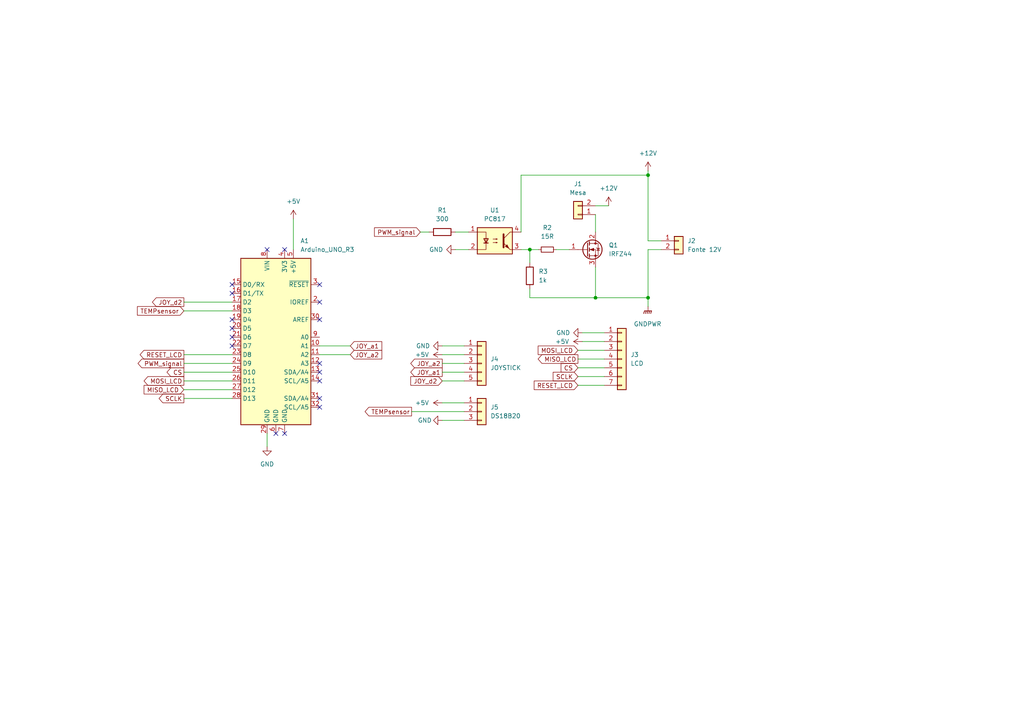
<source format=kicad_sch>
(kicad_sch (version 20211123) (generator eeschema)
  (paper "A4")
  (title_block (title "Esquemático Mesa Aquecedora"))
  (lib_symbols
    (symbol "Conn_01x02_1" (pin_names (offset 1.016) hide)
      (property "Reference" "J5" (at 2.54 0.0001 0))
      (property "Value" "Conn_01x02_1" (at 2.54 -2.5399 0))
      (symbol "Conn_01x02_1_1_1"
        (rectangle (start -1.27 -2.413) (end 0 -2.667) (stroke (width 0.1524)))
        (rectangle (start -1.27 0.127) (end 0 -0.127) (stroke (width 0.1524)))
        (rectangle (start -1.27 1.27) (end 1.27 -3.81) (stroke (width 0.254)) (fill (type background)))
        (pin power_out line (at -5.08 0 0) (length 3.81) (name "Pin_1") (number "1"))
        (pin power_out line (at -5.08 -2.54 0) (length 3.81) (name "Pin_2") (number "2"))
      )
    )
    (symbol "Connector_Generic:Conn_01x02" (pin_names (offset 1.016) hide)
      (property "Reference" "J" (at 0 2.54 0))
      (property "Value" "Conn_01x02" (at 0 -5.08 0))
      (symbol "Conn_01x02_1_1"
        (rectangle (start -1.27 -2.413) (end 0 -2.667) (stroke (width 0.1524)))
        (rectangle (start -1.27 0.127) (end 0 -0.127) (stroke (width 0.1524)))
        (rectangle (start -1.27 1.27) (end 1.27 -3.81) (stroke (width 0.254)) (fill (type background)))
        (pin passive line (at -5.08 0 0) (length 3.81) (name "Pin_1") (number "1"))
        (pin passive line (at -5.08 -2.54 0) (length 3.81) (name "Pin_2") (number "2"))
      )
    )
    (symbol "Connector_Generic:Conn_01x03" (pin_names (offset 1.016) hide)
      (property "Reference" "J" (at 0 5.08 0))
      (property "Value" "Conn_01x03" (at 0 -5.08 0))
      (symbol "Conn_01x03_1_1"
        (rectangle (start -1.27 -2.413) (end 0 -2.667) (stroke (width 0.1524)))
        (rectangle (start -1.27 0.127) (end 0 -0.127) (stroke (width 0.1524)))
        (rectangle (start -1.27 2.667) (end 0 2.413) (stroke (width 0.1524)))
        (rectangle (start -1.27 3.81) (end 1.27 -3.81) (stroke (width 0.254)) (fill (type background)))
        (pin passive line (at -5.08 2.54 0) (length 3.81) (name "Pin_1") (number "1"))
        (pin passive line (at -5.08 0 0) (length 3.81) (name "Pin_2") (number "2"))
        (pin passive line (at -5.08 -2.54 0) (length 3.81) (name "Pin_3") (number "3"))
      )
    )
    (symbol "Connector_Generic:Conn_01x05" (pin_names (offset 1.016) hide)
      (property "Reference" "J" (at 0 7.62 0))
      (property "Value" "Conn_01x05" (at 0 -7.62 0))
      (symbol "Conn_01x05_1_1"
        (rectangle (start -1.27 -4.953) (end 0 -5.207) (stroke (width 0.1524)))
        (rectangle (start -1.27 -2.413) (end 0 -2.667) (stroke (width 0.1524)))
        (rectangle (start -1.27 0.127) (end 0 -0.127) (stroke (width 0.1524)))
        (rectangle (start -1.27 2.667) (end 0 2.413) (stroke (width 0.1524)))
        (rectangle (start -1.27 5.207) (end 0 4.953) (stroke (width 0.1524)))
        (rectangle (start -1.27 6.35) (end 1.27 -6.35) (stroke (width 0.254)) (fill (type background)))
        (pin passive line (at -5.08 5.08 0) (length 3.81) (name "Pin_1") (number "1"))
        (pin passive line (at -5.08 2.54 0) (length 3.81) (name "Pin_2") (number "2"))
        (pin passive line (at -5.08 0 0) (length 3.81) (name "Pin_3") (number "3"))
        (pin passive line (at -5.08 -2.54 0) (length 3.81) (name "Pin_4") (number "4"))
        (pin passive line (at -5.08 -5.08 0) (length 3.81) (name "Pin_5") (number "5"))
      )
    )
    (symbol "Connector_Generic:Conn_01x07" (pin_names (offset 1.016) hide)
      (property "Reference" "J" (at 0 10.16 0))
      (property "Value" "Conn_01x07" (at 0 -10.16 0))
      (symbol "Conn_01x07_1_1"
        (rectangle (start -1.27 -7.493) (end 0 -7.747) (stroke (width 0.1524)))
        (rectangle (start -1.27 -4.953) (end 0 -5.207) (stroke (width 0.1524)))
        (rectangle (start -1.27 -2.413) (end 0 -2.667) (stroke (width 0.1524)))
        (rectangle (start -1.27 0.127) (end 0 -0.127) (stroke (width 0.1524)))
        (rectangle (start -1.27 2.667) (end 0 2.413) (stroke (width 0.1524)))
        (rectangle (start -1.27 5.207) (end 0 4.953) (stroke (width 0.1524)))
        (rectangle (start -1.27 7.747) (end 0 7.493) (stroke (width 0.1524)))
        (rectangle (start -1.27 8.89) (end 1.27 -8.89) (stroke (width 0.254)) (fill (type background)))
        (pin passive line (at -5.08 7.62 0) (length 3.81) (name "Pin_1") (number "1"))
        (pin passive line (at -5.08 5.08 0) (length 3.81) (name "Pin_2") (number "2"))
        (pin passive line (at -5.08 2.54 0) (length 3.81) (name "Pin_3") (number "3"))
        (pin passive line (at -5.08 0 0) (length 3.81) (name "Pin_4") (number "4"))
        (pin passive line (at -5.08 -2.54 0) (length 3.81) (name "Pin_5") (number "5"))
        (pin passive line (at -5.08 -5.08 0) (length 3.81) (name "Pin_6") (number "6"))
        (pin passive line (at -5.08 -7.62 0) (length 3.81) (name "Pin_7") (number "7"))
      )
    )
    (symbol "Device:R" (pin_numbers hide) (pin_names (offset 0))
      (property "Reference" "R" (at 2.032 0 90))
      (property "Value" "R" (at 0 0 90))
      (symbol "R_0_1"
        (rectangle (start -1.016 -2.54) (end 1.016 2.54) (stroke (width 0.254)))
      )
      (symbol "R_1_1"
        (pin passive line (at 0 3.81 270) (length 1.27) (name "~") (number "1"))
        (pin passive line (at 0 -3.81 90) (length 1.27) (name "~") (number "2"))
      )
    )
    (symbol "Device:R_Small" (pin_numbers hide) (pin_names (offset 0.254) hide)
      (property "Reference" "R" (at 0.762 0.508 0))
      (property "Value" "R_Small" (at 0.762 -1.016 0))
      (symbol "R_Small_0_1"
        (rectangle (start -0.762 1.778) (end 0.762 -1.778) (stroke (width 0.2032)))
      )
      (symbol "R_Small_1_1"
        (pin passive line (at 0 2.54 270) (length 0.762) (name "~") (number "1"))
        (pin passive line (at 0 -2.54 90) (length 0.762) (name "~") (number "2"))
      )
    )
    (symbol "Isolator:PC817" (pin_names (offset 1.016))
      (property "Reference" "U" (at -5.08 5.08 0))
      (property "Value" "PC817" (at 0 5.08 0))
      (symbol "PC817_0_1"
        (rectangle (start -5.08 3.81) (end 5.08 -3.81) (stroke (width 0.254)) (fill (type background)))
        (polyline (pts (xy -3.175 -0.635) (xy -1.905 -0.635)) (stroke (width 0.254)))
        (polyline (pts (xy 2.54 0.635) (xy 4.445 2.54)))
        (polyline (pts (xy 4.445 -2.54) (xy 2.54 -0.635)) (fill (type outline)))
        (polyline (pts (xy 4.445 -2.54) (xy 5.08 -2.54)))
        (polyline (pts (xy 4.445 2.54) (xy 5.08 2.54)))
        (polyline (pts (xy -5.08 2.54) (xy -2.54 2.54) (xy -2.54 -0.635)))
        (polyline (pts (xy -2.54 -0.635) (xy -2.54 -2.54) (xy -5.08 -2.54)))
        (polyline (pts (xy 2.54 1.905) (xy 2.54 -1.905) (xy 2.54 -1.905)) (stroke (width 0.508)))
        (polyline (pts (xy -2.54 -0.635) (xy -3.175 0.635) (xy -1.905 0.635) (xy -2.54 -0.635)) (stroke (width 0.254)))
        (polyline (pts (xy -0.508 -0.508) (xy 0.762 -0.508) (xy 0.381 -0.635) (xy 0.381 -0.381) (xy 0.762 -0.508)))
        (polyline (pts (xy -0.508 0.508) (xy 0.762 0.508) (xy 0.381 0.381) (xy 0.381 0.635) (xy 0.762 0.508)))
        (polyline (pts (xy 3.048 -1.651) (xy 3.556 -1.143) (xy 4.064 -2.159) (xy 3.048 -1.651) (xy 3.048 -1.651)) (fill (type outline)))
      )
      (symbol "PC817_1_1"
        (pin passive line (at -7.62 2.54 0) (length 2.54) (name "~") (number "1"))
        (pin passive line (at -7.62 -2.54 0) (length 2.54) (name "~") (number "2"))
        (pin passive line (at 7.62 -2.54 180) (length 2.54) (name "~") (number "3"))
        (pin passive line (at 7.62 2.54 180) (length 2.54) (name "~") (number "4"))
      )
    )
    (symbol "MCU_Module:Arduino_UNO_R3"
      (property "Reference" "A1" (at 7.0994 27.94 0))
      (property "Value" "Arduino_UNO_R3" (at 7.0994 25.4 0))
      (symbol "Arduino_UNO_R3_0_1"
        (rectangle (start -10.16 22.86) (end 10.16 -25.4) (stroke (width 0.254)) (fill (type background)))
      )
      (symbol "Arduino_UNO_R3_1_1"
        (pin no_connect line (at -10.16 -20.32 0) (length 2.54) hide (name "NC") (number "1"))
        (pin bidirectional line (at 12.7 -2.54 180) (length 2.54) (name "A1") (number "10"))
        (pin bidirectional line (at 12.7 -5.08 180) (length 2.54) (name "A2") (number "11"))
        (pin bidirectional line (at 12.7 -7.62 180) (length 2.54) (name "A3") (number "12"))
        (pin bidirectional line (at 12.7 -10.16 180) (length 2.54) (name "SDA/A4") (number "13"))
        (pin bidirectional line (at 12.7 -12.7 180) (length 2.54) (name "SCL/A5") (number "14"))
        (pin bidirectional line (at -12.7 15.24 0) (length 2.54) (name "D0/RX") (number "15"))
        (pin bidirectional line (at -12.7 12.7 0) (length 2.54) (name "D1/TX") (number "16"))
        (pin bidirectional line (at -12.7 10.16 0) (length 2.54) (name "D2") (number "17"))
        (pin bidirectional line (at -12.7 7.62 0) (length 2.54) (name "D3") (number "18"))
        (pin bidirectional line (at -12.7 5.08 0) (length 2.54) (name "D4") (number "19"))
        (pin output line (at 12.7 10.16 180) (length 2.54) (name "IOREF") (number "2"))
        (pin bidirectional line (at -12.7 2.54 0) (length 2.54) (name "D5") (number "20"))
        (pin bidirectional line (at -12.7 0 0) (length 2.54) (name "D6") (number "21"))
        (pin bidirectional line (at -12.7 -2.54 0) (length 2.54) (name "D7") (number "22"))
        (pin bidirectional line (at -12.7 -5.08 0) (length 2.54) (name "D8") (number "23"))
        (pin bidirectional line (at -12.7 -7.62 0) (length 2.54) (name "D9") (number "24"))
        (pin bidirectional line (at -12.7 -10.16 0) (length 2.54) (name "D10") (number "25"))
        (pin bidirectional line (at -12.7 -12.7 0) (length 2.54) (name "D11") (number "26"))
        (pin bidirectional line (at -12.7 -15.24 0) (length 2.54) (name "D12") (number "27"))
        (pin bidirectional line (at -12.7 -17.78 0) (length 2.54) (name "D13") (number "28"))
        (pin power_out line (at -2.54 -27.94 90) (length 2.54) (name "GND") (number "29"))
        (pin input line (at 12.7 15.24 180) (length 2.54) (name "~{RESET}") (number "3"))
        (pin input line (at 12.7 5.08 180) (length 2.54) (name "AREF") (number "30"))
        (pin bidirectional line (at 12.7 -17.78 180) (length 2.54) (name "SDA/A4") (number "31"))
        (pin bidirectional line (at 12.7 -20.32 180) (length 2.54) (name "SCL/A5") (number "32"))
        (pin power_out line (at 2.54 25.4 270) (length 2.54) (name "3V3") (number "4"))
        (pin power_out line (at 5.08 25.4 270) (length 2.54) (name "+5V") (number "5"))
        (pin power_in line (at 0 -27.94 90) (length 2.54) (name "GND") (number "6"))
        (pin power_in line (at 2.54 -27.94 90) (length 2.54) (name "GND") (number "7"))
        (pin power_in line (at -2.54 25.4 270) (length 2.54) (name "VIN") (number "8"))
        (pin bidirectional line (at 12.7 0 180) (length 2.54) (name "A0") (number "9"))
      )
    )
    (symbol "ifrz44:IRFZ44" (pin_names hide)
      (property "Reference" "Q" (at 6.35 1.905 0))
      (property "Value" "IRFZ44" (at 6.35 0 0))
      (symbol "IRFZ44_0_1"
        (polyline (pts (xy 0.254 0) (xy -2.54 0)))
        (polyline (pts (xy 0.254 1.905) (xy 0.254 -1.905)) (stroke (width 0.254)))
        (polyline (pts (xy 0.762 -1.27) (xy 0.762 -2.286)) (stroke (width 0.254)))
        (polyline (pts (xy 0.762 0.508) (xy 0.762 -0.508)) (stroke (width 0.254)))
        (polyline (pts (xy 0.762 2.286) (xy 0.762 1.27)) (stroke (width 0.254)))
        (polyline (pts (xy 2.54 2.54) (xy 2.54 1.778)))
        (polyline (pts (xy 2.54 -2.54) (xy 2.54 0) (xy 0.762 0)))
        (polyline (pts (xy 0.762 -1.778) (xy 3.302 -1.778) (xy 3.302 1.778) (xy 0.762 1.778)))
        (polyline (pts (xy 1.016 0) (xy 2.032 0.381) (xy 2.032 -0.381) (xy 1.016 0)) (fill (type outline)))
        (polyline (pts (xy 2.794 0.508) (xy 2.921 0.381) (xy 3.683 0.381) (xy 3.81 0.254)))
        (polyline (pts (xy 3.302 0.381) (xy 2.921 -0.254) (xy 3.683 -0.254) (xy 3.302 0.381)))
        (circle (center 1.651 0) (radius 2.794) (stroke (width 0.254)))
        (circle (center 2.54 -1.778) (radius 0.254) (fill (type outline)))
        (circle (center 2.54 1.778) (radius 0.254) (fill (type outline)))
      )
      (symbol "IRFZ44_1_1"
        (pin input line (at -5.08 0 0) (length 2.54) (name "G") (number "1"))
        (pin passive line (at 2.54 5.08 270) (length 2.54) (name "D") (number "2"))
        (pin passive line (at 2.54 -5.08 90) (length 2.54) (name "S") (number "3"))
      )
    )
    (symbol "power:+12V" (power) (pin_names (offset 0))
      (property "Value" "+12V" (at 0 3.556 0))
      (symbol "+12V_0_1"
        (polyline (pts (xy -0.762 1.27) (xy 0 2.54)))
        (polyline (pts (xy 0 0) (xy 0 2.54)))
        (polyline (pts (xy 0 2.54) (xy 0.762 1.27)))
      )
      (symbol "+12V_1_1"
        (pin power_in line (at 0 0 90) (length 0) hide (name "+12V") (number "1"))
      )
    )
    (symbol "power:+5V" (power) (pin_names (offset 0))
      (property "Value" "+5V" (at 0 3.556 0))
      (symbol "+5V_0_1"
        (polyline (pts (xy -0.762 1.27) (xy 0 2.54)))
        (polyline (pts (xy 0 0) (xy 0 2.54)))
        (polyline (pts (xy 0 2.54) (xy 0.762 1.27)))
      )
      (symbol "+5V_1_1"
        (pin power_in line (at 0 0 90) (length 0) hide (name "+5V") (number "1"))
      )
    )
    (symbol "power:GND" (power) (pin_names (offset 0))
      (property "Value" "GND" (at 0 -3.81 0))
      (symbol "GND_0_1"
        (polyline (pts (xy 0 0) (xy 0 -1.27) (xy 1.27 -1.27) (xy 0 -2.54) (xy -1.27 -1.27) (xy 0 -1.27)))
      )
      (symbol "GND_1_1"
        (pin power_in line (at 0 0 270) (length 0) hide (name "GND") (number "1"))
      )
    )
    (symbol "power:GNDPWR" (power) (pin_names (offset 0))
      (property "Value" "GNDPWR" (at 0 -3.302 0))
      (symbol "GNDPWR_0_1"
        (polyline (pts (xy 0 -1.27) (xy 0 0)))
        (polyline (pts (xy -1.016 -1.27) (xy -1.27 -2.032) (xy -1.27 -2.032)) (stroke (width 0.2032)))
        (polyline (pts (xy -0.508 -1.27) (xy -0.762 -2.032) (xy -0.762 -2.032)) (stroke (width 0.2032)))
        (polyline (pts (xy 0 -1.27) (xy -0.254 -2.032) (xy -0.254 -2.032)) (stroke (width 0.2032)))
        (polyline (pts (xy 0.508 -1.27) (xy 0.254 -2.032) (xy 0.254 -2.032)) (stroke (width 0.2032)))
        (polyline (pts (xy 1.016 -1.27) (xy -1.016 -1.27) (xy -1.016 -1.27)) (stroke (width 0.2032)))
        (polyline (pts (xy 1.016 -1.27) (xy 0.762 -2.032) (xy 0.762 -2.032) (xy 0.762 -2.032)) (stroke (width 0.2032)))
      )
      (symbol "GNDPWR_1_1"
        (pin power_in line (at 0 0 270) (length 0) hide (name "GNDPWR") (number "1"))
      )
    )
  )
  (junction (at 172.72 86.36))
  (junction (at 187.96 50.8))
  (junction (at 153.67 72.39))
  (junction (at 187.96 86.36))
  (no_connect (at 67.31 100.33))
  (no_connect (at 67.31 85.09))
  (no_connect (at 67.31 82.55))
  (no_connect (at 67.31 97.79))
  (no_connect (at 67.31 92.71))
  (no_connect (at 92.71 105.41))
  (no_connect (at 92.71 107.95))
  (no_connect (at 92.71 110.49))
  (no_connect (at 92.71 115.57))
  (no_connect (at 92.71 118.11))
  (no_connect (at 82.55 72.39))
  (no_connect (at 92.71 82.55))
  (no_connect (at 77.47 72.39))
  (no_connect (at 92.71 87.63))
  (no_connect (at 92.71 92.71))
  (no_connect (at 80.01 125.73))
  (no_connect (at 82.55 125.73))
  (no_connect (at 67.31 95.25))
  (wire (pts (xy 128.27 116.84) (xy 134.62 116.84)))
  (wire (pts (xy 187.96 72.39) (xy 187.96 86.36)))
  (wire (pts (xy 167.64 104.14) (xy 175.26 104.14)))
  (wire (pts (xy 187.96 69.85) (xy 191.77 69.85)))
  (wire (pts (xy 92.71 100.33) (xy 101.6 100.33)))
  (wire (pts (xy 132.08 67.31) (xy 135.89 67.31)))
  (wire (pts (xy 53.34 90.17) (xy 67.31 90.17)))
  (wire (pts (xy 172.72 77.47) (xy 172.72 86.36)))
  (wire (pts (xy 53.34 110.49) (xy 67.31 110.49)))
  (wire (pts (xy 85.09 63.5) (xy 85.09 72.39)))
  (wire (pts (xy 53.34 87.63) (xy 67.31 87.63)))
  (wire (pts (xy 128.27 107.95) (xy 134.62 107.95)))
  (wire (pts (xy 153.67 72.39) (xy 156.21 72.39)))
  (wire (pts (xy 167.64 109.22) (xy 175.26 109.22)))
  (wire (pts (xy 151.13 50.8) (xy 151.13 67.31)))
  (wire (pts (xy 53.34 115.57) (xy 67.31 115.57)))
  (wire (pts (xy 161.29 72.39) (xy 165.1 72.39)))
  (wire (pts (xy 119.38 119.38) (xy 134.62 119.38)))
  (wire (pts (xy 153.67 83.82) (xy 153.67 86.36)))
  (wire (pts (xy 172.72 62.23) (xy 172.72 67.31)))
  (wire (pts (xy 134.62 121.92) (xy 128.27 121.92)))
  (wire (pts (xy 128.27 100.33) (xy 134.62 100.33)))
  (wire (pts (xy 187.96 69.85) (xy 187.96 50.8)))
  (wire (pts (xy 172.72 86.36) (xy 153.67 86.36)))
  (wire (pts (xy 167.64 106.68) (xy 175.26 106.68)))
  (wire (pts (xy 53.34 102.87) (xy 67.31 102.87)))
  (wire (pts (xy 53.34 105.41) (xy 67.31 105.41)))
  (wire (pts (xy 121.92 67.31) (xy 124.46 67.31)))
  (wire (pts (xy 53.34 113.03) (xy 67.31 113.03)))
  (wire (pts (xy 92.71 102.87) (xy 101.6 102.87)))
  (wire (pts (xy 153.67 72.39) (xy 153.67 76.2)))
  (wire (pts (xy 128.27 110.49) (xy 134.62 110.49)))
  (wire (pts (xy 128.27 105.41) (xy 134.62 105.41)))
  (wire (pts (xy 172.72 59.69) (xy 176.53 59.69)))
  (wire (pts (xy 128.27 102.87) (xy 134.62 102.87)))
  (wire (pts (xy 151.13 72.39) (xy 153.67 72.39)))
  (wire (pts (xy 168.91 96.52) (xy 175.26 96.52)))
  (wire (pts (xy 187.96 49.53) (xy 187.96 50.8)))
  (wire (pts (xy 191.77 72.39) (xy 187.96 72.39)))
  (wire (pts (xy 167.64 111.76) (xy 175.26 111.76)))
  (wire (pts (xy 77.47 125.73) (xy 77.47 129.54)))
  (wire (pts (xy 187.96 50.8) (xy 151.13 50.8)))
  (wire (pts (xy 53.34 107.95) (xy 67.31 107.95)))
  (wire (pts (xy 187.96 86.36) (xy 187.96 88.9)))
  (wire (pts (xy 168.91 99.06) (xy 175.26 99.06)))
  (wire (pts (xy 187.96 86.36) (xy 172.72 86.36)))
  (wire (pts (xy 167.64 101.6) (xy 175.26 101.6)))
  (wire (pts (xy 132.08 72.39) (xy 135.89 72.39)))
  (global_label "JOY_a2" (shape output) (at 128.27 105.41 180) (property "Intersheet References" "${INTERSHEET_REFS}" (effects hide)))
  (global_label "JOY_a2" (shape input) (at 101.6 102.87 0) (property "Intersheet References" "${INTERSHEET_REFS}" (effects hide)))
  (global_label "MISO_LCD" (shape input) (at 53.34 113.03 180) (property "Intersheet References" "${INTERSHEET_REFS}" (effects hide)))
  (global_label "CS" (shape input) (at 167.64 106.68 180) (property "Intersheet References" "${INTERSHEET_REFS}" (effects hide)))
  (global_label "CS" (shape output) (at 53.34 107.95 180) (property "Intersheet References" "${INTERSHEET_REFS}" (effects hide)))
  (global_label "JOY_d2" (shape output) (at 53.34 87.63 180) (property "Intersheet References" "${INTERSHEET_REFS}" (effects hide)))
  (global_label "SCLK" (shape input) (at 167.64 109.22 180) (property "Intersheet References" "${INTERSHEET_REFS}" (effects hide)))
  (global_label "PWM_signal" (shape output) (at 53.34 105.41 180) (property "Intersheet References" "${INTERSHEET_REFS}" (effects hide)))
  (global_label "MOSI_LCD" (shape input) (at 167.64 101.6 180) (property "Intersheet References" "${INTERSHEET_REFS}" (effects hide)))
  (global_label "SCLK" (shape output) (at 53.34 115.57 180) (property "Intersheet References" "${INTERSHEET_REFS}" (effects hide)))
  (global_label "TEMPsensor" (shape output) (at 119.38 119.38 180) (property "Intersheet References" "${INTERSHEET_REFS}" (effects hide)))
  (global_label "RESET_LCD" (shape input) (at 167.64 111.76 180) (property "Intersheet References" "${INTERSHEET_REFS}" (effects hide)))
  (global_label "JOY_d2" (shape input) (at 128.27 110.49 180) (property "Intersheet References" "${INTERSHEET_REFS}" (effects hide)))
  (global_label "PWM_signal" (shape input) (at 121.92 67.31 180) (property "Intersheet References" "${INTERSHEET_REFS}" (effects hide)))
  (global_label "JOY_a1" (shape output) (at 128.27 107.95 180) (property "Intersheet References" "${INTERSHEET_REFS}" (effects hide)))
  (global_label "MISO_LCD" (shape output) (at 167.64 104.14 180) (property "Intersheet References" "${INTERSHEET_REFS}" (effects hide)))
  (global_label "MOSI_LCD" (shape output) (at 53.34 110.49 180) (property "Intersheet References" "${INTERSHEET_REFS}" (effects hide)))
  (global_label "JOY_a1" (shape input) (at 101.6 100.33 0) (property "Intersheet References" "${INTERSHEET_REFS}" (effects hide)))
  (global_label "RESET_LCD" (shape output) (at 53.34 102.87 180) (property "Intersheet References" "${INTERSHEET_REFS}" (effects hide)))
  (global_label "TEMPsensor" (shape input) (at 53.34 90.17 180) (property "Intersheet References" "${INTERSHEET_REFS}" (effects hide)))
  (symbol (lib_id "power:GND") (at 132.08 72.39 270) (unit 1)
    (property "Reference" "#PWR04" (effects hide))
    (property "Value" "GND" (at 124.46 72.39 90) (effects (justify left)))
  )
  (symbol (lib_id "Isolator:PC817") (at 143.51 69.85 0) (unit 1)
    (property "Reference" "U1" (at 143.51 60.96 0))
    (property "Value" "PC817" (at 143.51 63.5 0))
    (property "Footprint" "Package_DIP:DIP-4_W7.62mm" (effects hide))
    (property "Datasheet" "http://www.soselectronic.cz/a_info/resource/d/pc817.pdf" (effects hide))
  )
  (symbol (lib_id "Device:R_Small") (at 158.75 72.39 270) (unit 1)
    (property "Reference" "R2" (at 158.75 66.04 90))
    (property "Value" "15R" (at 158.75 68.58 90))
  )
  (symbol (lib_id "power:GND") (at 168.91 96.52 270) (unit 1)
    (property "Reference" "#PWR06" (effects hide))
    (property "Value" "GND" (at 161.29 96.52 90) (effects (justify left)))
  )
  (symbol (lib_id "Device:R") (at 128.27 67.31 90) (unit 1)
    (property "Reference" "R1" (at 128.27 60.96 90))
    (property "Value" "300" (at 128.27 63.5 90))
  )
  (symbol (lib_id "power:+5V") (at 85.09 63.5 0) (unit 1)
    (property "Reference" "#PWR03" (effects hide))
    (property "Value" "+5V" (at 85.09 58.42 0))
  )
  (symbol (lib_id "power:GND") (at 128.27 100.33 270) (unit 1)
    (property "Reference" "#PWR08" (effects hide))
    (property "Value" "GND" (at 120.65 100.33 90) (effects (justify left)))
  )
  (symbol (lib_id "power:+5V") (at 128.27 102.87 90) (unit 1)
    (property "Reference" "#PWR09" (effects hide))
    (property "Value" "+5V" (at 124.46 102.8699 90) (effects (justify left)))
  )
  (symbol (lib_id "Connector_Generic:Conn_01x07") (at 180.34 104.14 0) (unit 1)
    (property "Reference" "J3" (at 182.88 102.8699 0) (effects (justify left)))
    (property "Value" "LCD" (at 182.88 105.4099 0) (effects (justify left)))
  )
  (symbol (lib_id "power:+12V") (at 187.96 49.53 0) (unit 1)
    (property "Reference" "#PWR01" (effects hide))
    (property "Value" "+12V" (at 187.96 44.45 0))
  )
  (symbol (lib_id "Connector_Generic:Conn_01x02") (at 167.64 62.23 180) (unit 1)
    (property "Reference" "J1" (at 167.64 53.34 0))
    (property "Value" "Mesa" (at 167.64 55.88 0))
  )
  (symbol (lib_id "power:+12V") (at 176.53 59.69 0) (unit 1)
    (property "Reference" "#PWR?" (effects hide))
    (property "Value" "+12V" (at 176.53 54.61 0))
  )
  (symbol (lib_id "Device:R") (at 153.67 80.01 0) (unit 1)
    (property "Reference" "R3" (at 156.21 78.7399 0) (effects (justify left)))
    (property "Value" "1k" (at 156.21 81.2799 0) (effects (justify left)))
  )
  (symbol (lib_id "power:+5V") (at 128.27 116.84 90) (unit 1)
    (property "Reference" "#PWR010" (effects hide))
    (property "Value" "+5V" (at 124.46 116.8399 90) (effects (justify left)))
  )
  (symbol (lib_name "Conn_01x02_1") (lib_id "Connector_Generic:Conn_01x02") (at 196.85 69.85 0) (unit 1)
    (property "Reference" "J2" (at 199.39 69.8499 0) (effects (justify left)))
    (property "Value" "Fonte 12V" (at 199.39 72.3899 0) (effects (justify left)))
  )
  (symbol (lib_id "power:GND") (at 77.47 129.54 0) (unit 1)
    (property "Reference" "#PWR011" (effects hide))
    (property "Value" "GND" (at 77.47 134.62 0))
  )
  (symbol (lib_id "Connector_Generic:Conn_01x03") (at 139.7 119.38 0) (unit 1)
    (property "Reference" "J5" (at 142.24 118.1099 0) (effects (justify left)))
    (property "Value" "DS18B20" (at 142.24 120.6499 0) (effects (justify left)))
  )
  (symbol (lib_id "ifrz44:IRFZ44") (at 170.18 72.39 0) (unit 1)
    (property "Reference" "Q1" (at 176.53 71.1199 0) (effects (justify left)))
    (property "Value" "IRFZ44" (at 176.53 73.6599 0) (effects (justify left)))
    (property "Footprint" "Package_TO_SOT_THT:TO-220-3_Vertical" (effects hide))
    (property "Datasheet" "http://www.irf.com/product-info/datasheets/data/irlz44n.pdf" (effects hide))
  )
  (symbol (lib_id "Connector_Generic:Conn_01x05") (at 139.7 105.41 0) (unit 1)
    (property "Reference" "J4" (at 142.24 104.1399 0) (effects (justify left)))
    (property "Value" "JOYSTICK" (at 142.24 106.6799 0) (effects (justify left)))
  )
  (symbol (lib_id "MCU_Module:Arduino_UNO_R3") (at 80.01 97.79 0) (unit 1)
    (property "Reference" "A1" (at 87.1094 69.85 0) (effects (justify left)))
    (property "Value" "Arduino_UNO_R3" (at 87.1094 72.39 0) (effects (justify left)))
    (property "Footprint" "Module:Arduino_UNO_R3" (effects hide))
    (property "Datasheet" "https://www.arduino.cc/en/Main/arduinoBoardUno" (effects hide))
  )
  (symbol (lib_id "power:+5V") (at 168.91 99.06 90) (unit 1)
    (property "Reference" "#PWR07" (effects hide))
    (property "Value" "+5V" (at 165.1 99.0599 90) (effects (justify left)))
  )
  (symbol (lib_id "power:GND") (at 128.27 121.92 270) (unit 1)
    (property "Reference" "#PWR012" (effects hide))
    (property "Value" "GND" (at 123.19 121.92 90))
  )
  (symbol (lib_id "power:GNDPWR") (at 187.96 88.9 0) (unit 1)
    (property "Reference" "#PWR05" (effects hide))
    (property "Value" "GNDPWR" (at 187.833 93.98 0))
  )
)
</source>
